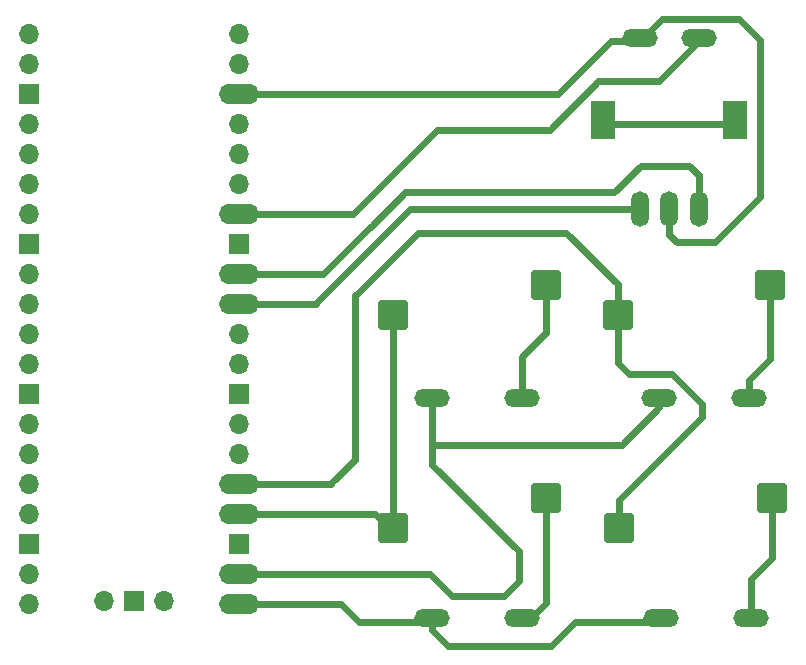
<source format=gbr>
%TF.GenerationSoftware,KiCad,Pcbnew,9.0.2*%
%TF.CreationDate,2025-07-05T11:42:38+02:00*%
%TF.ProjectId,test-stef_6_inter,74657374-2d73-4746-9566-5f365f696e74,rev?*%
%TF.SameCoordinates,Original*%
%TF.FileFunction,Copper,L2,Bot*%
%TF.FilePolarity,Positive*%
%FSLAX46Y46*%
G04 Gerber Fmt 4.6, Leading zero omitted, Abs format (unit mm)*
G04 Created by KiCad (PCBNEW 9.0.2) date 2025-07-05 11:42:38*
%MOMM*%
%LPD*%
G01*
G04 APERTURE LIST*
G04 Aperture macros list*
%AMRoundRect*
0 Rectangle with rounded corners*
0 $1 Rounding radius*
0 $2 $3 $4 $5 $6 $7 $8 $9 X,Y pos of 4 corners*
0 Add a 4 corners polygon primitive as box body*
4,1,4,$2,$3,$4,$5,$6,$7,$8,$9,$2,$3,0*
0 Add four circle primitives for the rounded corners*
1,1,$1+$1,$2,$3*
1,1,$1+$1,$4,$5*
1,1,$1+$1,$6,$7*
1,1,$1+$1,$8,$9*
0 Add four rect primitives between the rounded corners*
20,1,$1+$1,$2,$3,$4,$5,0*
20,1,$1+$1,$4,$5,$6,$7,0*
20,1,$1+$1,$6,$7,$8,$9,0*
20,1,$1+$1,$8,$9,$2,$3,0*%
G04 Aperture macros list end*
%TA.AperFunction,SMDPad,CuDef*%
%ADD10RoundRect,0.250000X-1.025000X-1.000000X1.025000X-1.000000X1.025000X1.000000X-1.025000X1.000000X0*%
%TD*%
%TA.AperFunction,ComponentPad*%
%ADD11O,1.700000X1.700000*%
%TD*%
%TA.AperFunction,ComponentPad*%
%ADD12R,1.700000X1.700000*%
%TD*%
%TA.AperFunction,ComponentPad*%
%ADD13O,3.400000X1.700000*%
%TD*%
%TA.AperFunction,ComponentPad*%
%ADD14O,3.000000X1.500000*%
%TD*%
%TA.AperFunction,ComponentPad*%
%ADD15O,1.500000X3.000000*%
%TD*%
%TA.AperFunction,ComponentPad*%
%ADD16R,2.000000X3.200000*%
%TD*%
%TA.AperFunction,Conductor*%
%ADD17C,0.600000*%
%TD*%
%TA.AperFunction,Conductor*%
%ADD18C,0.200000*%
%TD*%
G04 APERTURE END LIST*
D10*
%TO.P,SW5,1,1*%
%TO.N,Net-(U1-GPIO19)*%
X180502000Y-115040000D03*
%TO.P,SW5,2,2*%
%TO.N,Net-(D5-A)*%
X193429000Y-112500000D03*
%TD*%
%TO.P,SW1,1,1*%
%TO.N,Net-(U1-GPIO18)*%
X161375000Y-97000000D03*
%TO.P,SW1,2,2*%
%TO.N,Net-(D1-A)*%
X174302000Y-94460000D03*
%TD*%
D11*
%TO.P,U1,1,GPIO0*%
%TO.N,unconnected-(U1-GPIO0-Pad1)*%
X130556000Y-73152000D03*
%TO.P,U1,2,GPIO1*%
%TO.N,unconnected-(U1-GPIO1-Pad2)*%
X130556000Y-75692000D03*
D12*
%TO.P,U1,3,GND*%
%TO.N,unconnected-(U1-GND-Pad3)*%
X130556000Y-78232000D03*
D11*
%TO.P,U1,4,GPIO2*%
%TO.N,unconnected-(U1-GPIO2-Pad4)*%
X130556000Y-80772000D03*
%TO.P,U1,5,GPIO3*%
%TO.N,unconnected-(U1-GPIO3-Pad5)*%
X130556000Y-83312000D03*
%TO.P,U1,6,GPIO4*%
%TO.N,unconnected-(U1-GPIO4-Pad6)*%
X130556000Y-85852000D03*
%TO.P,U1,7,GPIO5*%
%TO.N,unconnected-(U1-GPIO5-Pad7)*%
X130556000Y-88392000D03*
D12*
%TO.P,U1,8,GND*%
%TO.N,unconnected-(U1-GND-Pad8)*%
X130556000Y-90932000D03*
D11*
%TO.P,U1,9,GPIO6*%
%TO.N,unconnected-(U1-GPIO6-Pad9)*%
X130556000Y-93472000D03*
%TO.P,U1,10,GPIO7*%
%TO.N,unconnected-(U1-GPIO7-Pad10)*%
X130556000Y-96012000D03*
%TO.P,U1,11,GPIO8*%
%TO.N,unconnected-(U1-GPIO8-Pad11)*%
X130556000Y-98552000D03*
%TO.P,U1,12,GPIO9*%
%TO.N,unconnected-(U1-GPIO9-Pad12)*%
X130556000Y-101092000D03*
D12*
%TO.P,U1,13,GND*%
%TO.N,unconnected-(U1-GND-Pad13)*%
X130556000Y-103632000D03*
D11*
%TO.P,U1,14,GPIO10*%
%TO.N,unconnected-(U1-GPIO10-Pad14)*%
X130556000Y-106172000D03*
%TO.P,U1,15,GPIO11*%
%TO.N,unconnected-(U1-GPIO11-Pad15)*%
X130556000Y-108712000D03*
%TO.P,U1,16,GPIO12*%
%TO.N,unconnected-(U1-GPIO12-Pad16)*%
X130556000Y-111252000D03*
%TO.P,U1,17,GPIO13*%
%TO.N,unconnected-(U1-GPIO13-Pad17)*%
X130556000Y-113792000D03*
D12*
%TO.P,U1,18,GND*%
%TO.N,unconnected-(U1-GND-Pad18)*%
X130556000Y-116332000D03*
D11*
%TO.P,U1,19,GPIO14*%
%TO.N,unconnected-(U1-GPIO14-Pad19)*%
X130556000Y-118872000D03*
%TO.P,U1,20,GPIO15*%
%TO.N,unconnected-(U1-GPIO15-Pad20)*%
X130556000Y-121412000D03*
D13*
%TO.P,U1,21,GPIO16*%
%TO.N,Net-(D4-K)*%
X148336000Y-121412000D03*
%TO.P,U1,22,GPIO17*%
%TO.N,Net-(D1-K)*%
X148336000Y-118872000D03*
D12*
%TO.P,U1,23,GND*%
%TO.N,unconnected-(U1-GND-Pad23)*%
X148336000Y-116332000D03*
D13*
%TO.P,U1,24,GPIO18*%
%TO.N,Net-(U1-GPIO18)*%
X148336000Y-113792000D03*
%TO.P,U1,25,GPIO19*%
%TO.N,Net-(U1-GPIO19)*%
X148336000Y-111252000D03*
D11*
%TO.P,U1,26,GPIO20*%
%TO.N,unconnected-(U1-GPIO20-Pad26)*%
X148336000Y-108712000D03*
%TO.P,U1,27,GPIO21*%
%TO.N,unconnected-(U1-GPIO21-Pad27)*%
X148336000Y-106172000D03*
D12*
%TO.P,U1,28,GND*%
%TO.N,unconnected-(U1-GND-Pad28)*%
X148336000Y-103632000D03*
D11*
%TO.P,U1,29,GPIO22*%
%TO.N,unconnected-(U1-GPIO22-Pad29)*%
X148336000Y-101092000D03*
%TO.P,U1,30,RUN*%
%TO.N,unconnected-(U1-RUN-Pad30)*%
X148336000Y-98552000D03*
D13*
%TO.P,U1,31,GPIO26_ADC0*%
%TO.N,Net-(U1-GPIO26_ADC0)*%
X148336000Y-96012000D03*
%TO.P,U1,32,GPIO27_ADC1*%
%TO.N,Net-(U1-GPIO27_ADC1)*%
X148336000Y-93472000D03*
D12*
%TO.P,U1,33,AGND*%
%TO.N,unconnected-(U1-AGND-Pad33)*%
X148336000Y-90932000D03*
D13*
%TO.P,U1,34,GPIO28_ADC2*%
%TO.N,Net-(U1-GPIO28_ADC2)*%
X148336000Y-88392000D03*
D11*
%TO.P,U1,35,ADC_VREF*%
%TO.N,unconnected-(U1-ADC_VREF-Pad35)*%
X148336000Y-85852000D03*
%TO.P,U1,36,3V3*%
%TO.N,unconnected-(U1-3V3-Pad36)*%
X148336000Y-83312000D03*
%TO.P,U1,37,3V3_EN*%
%TO.N,unconnected-(U1-3V3_EN-Pad37)*%
X148336000Y-80772000D03*
D13*
%TO.P,U1,38,GND*%
%TO.N,Net-(SW3-PadC)*%
X148336000Y-78232000D03*
D11*
%TO.P,U1,39,VSYS*%
%TO.N,unconnected-(U1-VSYS-Pad39)*%
X148336000Y-75692000D03*
%TO.P,U1,40,VBUS*%
%TO.N,unconnected-(U1-VBUS-Pad40)*%
X148336000Y-73152000D03*
%TO.P,U1,41,SWCLK*%
%TO.N,unconnected-(U1-SWCLK-Pad41)*%
X136906000Y-121182000D03*
D12*
%TO.P,U1,42,GND*%
%TO.N,unconnected-(U1-GND-Pad42)*%
X139446000Y-121182000D03*
D11*
%TO.P,U1,43,SWDIO*%
%TO.N,unconnected-(U1-SWDIO-Pad43)*%
X141986000Y-121182000D03*
%TD*%
D14*
%TO.P,D5,1,K*%
%TO.N,Net-(D4-K)*%
X184031000Y-122660000D03*
%TO.P,D5,2,A*%
%TO.N,Net-(D5-A)*%
X191651000Y-122660000D03*
%TD*%
%TO.P,D1,1,K*%
%TO.N,Net-(D1-K)*%
X164650000Y-103985000D03*
%TO.P,D1,2,A*%
%TO.N,Net-(D1-A)*%
X172270000Y-103985000D03*
%TD*%
D10*
%TO.P,SW2,1,1*%
%TO.N,Net-(U1-GPIO19)*%
X180375000Y-97000000D03*
%TO.P,SW2,2,2*%
%TO.N,Net-(D2-A)*%
X193302000Y-94460000D03*
%TD*%
D15*
%TO.P,SW3,A,A*%
%TO.N,Net-(U1-GPIO26_ADC0)*%
X182245000Y-88000000D03*
%TO.P,SW3,B,B*%
%TO.N,Net-(U1-GPIO27_ADC1)*%
X187245000Y-88000000D03*
%TO.P,SW3,C,C*%
%TO.N,Net-(SW3-PadC)*%
X184745000Y-88000000D03*
D16*
%TO.P,SW3,MP,MP*%
%TO.N,unconnected-(SW3-PadMP)*%
X179145000Y-80500000D03*
X190345000Y-80500000D03*
D14*
%TO.P,SW3,S1,S1*%
%TO.N,Net-(U1-GPIO28_ADC2)*%
X187245000Y-73500000D03*
%TO.P,SW3,S2,S2*%
%TO.N,Net-(SW3-PadC)*%
X182245000Y-73500000D03*
%TD*%
%TO.P,D4,1,K*%
%TO.N,Net-(D4-K)*%
X164650000Y-122660000D03*
%TO.P,D4,2,A*%
%TO.N,Net-(D4-A)*%
X172270000Y-122660000D03*
%TD*%
%TO.P,D2,1,K*%
%TO.N,Net-(D1-K)*%
X183904000Y-103985000D03*
%TO.P,D2,2,A*%
%TO.N,Net-(D2-A)*%
X191524000Y-103985000D03*
%TD*%
D10*
%TO.P,SW4,1,1*%
%TO.N,Net-(U1-GPIO18)*%
X161375000Y-115040000D03*
%TO.P,SW4,2,2*%
%TO.N,Net-(D4-A)*%
X174302000Y-112500000D03*
%TD*%
D17*
%TO.N,Net-(D1-A)*%
X173482000Y-99314000D02*
X172398000Y-100398000D01*
X172398000Y-100398000D02*
X172648000Y-100148000D01*
X172270000Y-100526000D02*
X172398000Y-100398000D01*
X172270000Y-100526000D02*
X172648000Y-100148000D01*
X172648000Y-100148000D02*
X174302000Y-98494000D01*
X174302000Y-98494000D02*
X174302000Y-98198000D01*
X174302000Y-98198000D02*
X174302000Y-95250000D01*
X172270000Y-103985000D02*
X172270000Y-100526000D01*
%TO.N,Net-(U1-GPIO18)*%
X161375000Y-115316000D02*
X161375000Y-97790000D01*
X159793000Y-113792000D02*
X160555000Y-114554000D01*
X159793000Y-113792000D02*
X148336000Y-113792000D01*
X160555000Y-114554000D02*
X160555000Y-115951000D01*
%TO.N,Net-(D2-A)*%
X191524000Y-102476000D02*
X193302000Y-100698000D01*
X191524000Y-103985000D02*
X191524000Y-102476000D01*
X193302000Y-100698000D02*
X193302000Y-95250000D01*
%TO.N,Net-(D4-A)*%
X172720000Y-122936000D02*
X174328000Y-121328000D01*
X174328000Y-121328000D02*
X174302000Y-121302000D01*
X171450000Y-122936000D02*
X172720000Y-122936000D01*
X174302000Y-121302000D02*
X174302000Y-112776000D01*
%TO.N,Net-(D5-A)*%
X191651000Y-119349000D02*
X191651000Y-122936000D01*
X193429000Y-117571000D02*
X191651000Y-119349000D01*
X193429000Y-112776000D02*
X193429000Y-117571000D01*
%TO.N,unconnected-(SW3-PadMP)*%
X179145000Y-80765000D02*
X190345000Y-80765000D01*
%TO.N,Net-(U1-GPIO28_ADC2)*%
X183857500Y-77152500D02*
X187245000Y-73765000D01*
X165100000Y-81280000D02*
X174625000Y-81280000D01*
X174625000Y-81280000D02*
X178752500Y-77152500D01*
X178752500Y-77152500D02*
X183857500Y-77152500D01*
X157988000Y-88392000D02*
X158496000Y-87884000D01*
X148336000Y-88392000D02*
X157988000Y-88392000D01*
X158496000Y-87884000D02*
X165100000Y-81280000D01*
%TO.N,Net-(U1-GPIO26_ADC0)*%
X148336000Y-96012000D02*
X154813000Y-96012000D01*
X154876500Y-95948500D02*
X159067500Y-91757500D01*
X159067500Y-91757500D02*
X159702500Y-91122500D01*
X162825000Y-88000000D02*
X160020000Y-90805000D01*
D18*
X159702500Y-91122500D02*
X160020000Y-90805000D01*
D17*
X182245000Y-88000000D02*
X162825000Y-88000000D01*
X154813000Y-96012000D02*
X154876500Y-95948500D01*
X160020000Y-90805000D02*
X159067500Y-91757500D01*
D18*
%TO.N,Net-(SW3-PadC)*%
X188595000Y-71755000D02*
X187960000Y-71755000D01*
D17*
X185380000Y-90805000D02*
X188595000Y-90805000D01*
X184745000Y-90170000D02*
X185380000Y-90805000D01*
X175809500Y-77765500D02*
X179810000Y-73765000D01*
X188595000Y-90805000D02*
X192405000Y-86995000D01*
X175343000Y-78232000D02*
X175809500Y-77765500D01*
X184745000Y-88265000D02*
X184745000Y-90170000D01*
X148336000Y-78232000D02*
X175343000Y-78232000D01*
D18*
X183515000Y-72495000D02*
X182245000Y-73765000D01*
D17*
X192405000Y-86995000D02*
X192405000Y-73660000D01*
D18*
X183515000Y-72390000D02*
X183515000Y-72495000D01*
D17*
X190665000Y-71920000D02*
X192405000Y-73660000D01*
X182245000Y-73765000D02*
X184090000Y-71920000D01*
X179810000Y-73765000D02*
X182245000Y-73765000D01*
X184090000Y-71920000D02*
X190665000Y-71920000D01*
%TO.N,Net-(U1-GPIO27_ADC1)*%
X148336000Y-93472000D02*
X155448000Y-93472000D01*
X186436000Y-84328000D02*
X187245000Y-85137000D01*
X159385000Y-89535000D02*
X159465000Y-89535000D01*
X182372000Y-84328000D02*
X186436000Y-84328000D01*
X180100000Y-86600000D02*
X182372000Y-84328000D01*
X162400000Y-86600000D02*
X180100000Y-86600000D01*
X187245000Y-85137000D02*
X187245000Y-88265000D01*
X159465000Y-89535000D02*
X162400000Y-86600000D01*
X155448000Y-93472000D02*
X159385000Y-89535000D01*
%TO.N,Net-(D1-K)*%
X164452000Y-118872000D02*
X166330000Y-120750000D01*
X172000000Y-119500000D02*
X172000000Y-117000000D01*
X172000000Y-117000000D02*
X164650000Y-109650000D01*
X170750000Y-120750000D02*
X172000000Y-119500000D01*
X148336000Y-118872000D02*
X164452000Y-118872000D01*
X164650000Y-109650000D02*
X164650000Y-104775000D01*
D18*
X148741000Y-118467000D02*
X148336000Y-118872000D01*
D17*
X166330000Y-120750000D02*
X170750000Y-120750000D01*
X179705000Y-107950000D02*
X180729000Y-107950000D01*
X180729000Y-107950000D02*
X183904000Y-104775000D01*
D18*
X148106000Y-119102000D02*
X148336000Y-118872000D01*
D17*
X165100000Y-107950000D02*
X179705000Y-107950000D01*
%TO.N,Net-(D4-K)*%
X183134000Y-122936000D02*
X176784000Y-122936000D01*
X148336000Y-121412000D02*
X155956000Y-121412000D01*
X179451000Y-122936000D02*
X183134000Y-122936000D01*
X164650000Y-123618000D02*
X166000000Y-124968000D01*
X158496000Y-122936000D02*
X156972000Y-121412000D01*
X176784000Y-122936000D02*
X174752000Y-124968000D01*
X164650000Y-122936000D02*
X164650000Y-123618000D01*
X174752000Y-124968000D02*
X166000000Y-124968000D01*
X156972000Y-121412000D02*
X155956000Y-121412000D01*
X163830000Y-122936000D02*
X158496000Y-122936000D01*
%TO.N,Net-(U1-GPIO19)*%
X176000000Y-90000000D02*
X180375000Y-94375000D01*
X158115000Y-109220000D02*
X158115000Y-95250000D01*
X181375000Y-102000000D02*
X185000000Y-102000000D01*
X180502000Y-112614000D02*
X180502000Y-115316000D01*
X185000000Y-102000000D02*
X187500000Y-104500000D01*
X180375000Y-101000000D02*
X181375000Y-102000000D01*
X148336000Y-111252000D02*
X156083000Y-111252000D01*
X180375000Y-94375000D02*
X180375000Y-101000000D01*
D18*
X156083000Y-111252000D02*
X156273500Y-111061500D01*
D17*
X156273500Y-111061500D02*
X158115000Y-109220000D01*
X158115000Y-95250000D02*
X158250000Y-95250000D01*
X158250000Y-95250000D02*
X163500000Y-90000000D01*
X187500000Y-105616000D02*
X180502000Y-112614000D01*
X163500000Y-90000000D02*
X176000000Y-90000000D01*
X187500000Y-104500000D02*
X187500000Y-105616000D01*
%TD*%
M02*

</source>
